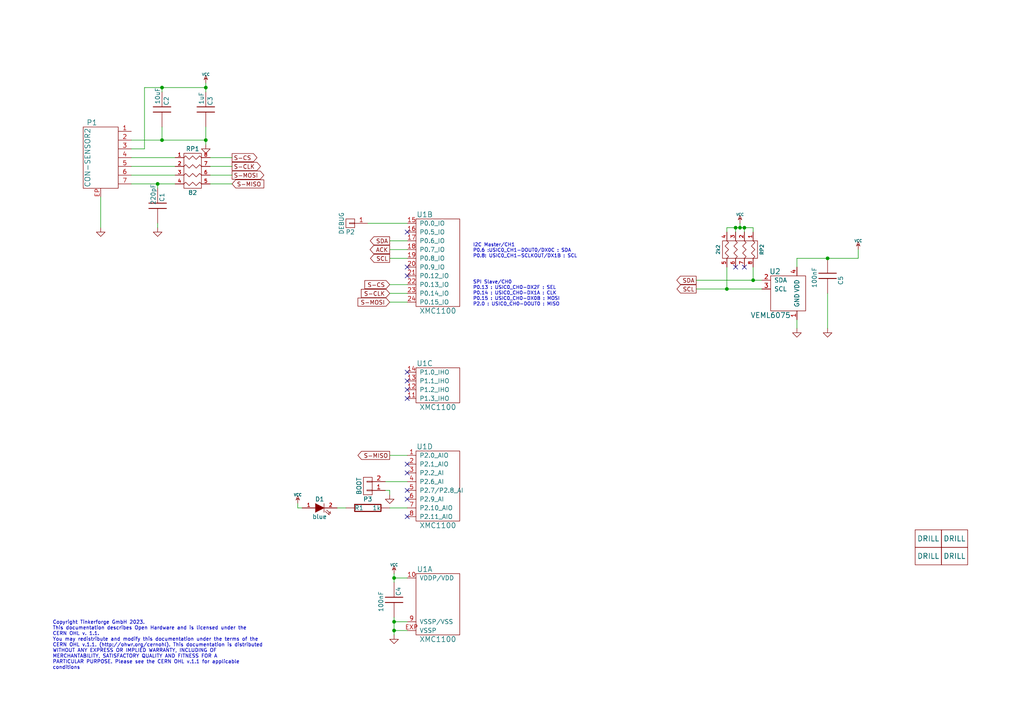
<source format=kicad_sch>
(kicad_sch (version 20211123) (generator eeschema)
  (paper "A4")
  (title_block (title "UV Light Bricklet") (date "2023-01-27") (rev "2.0") (company "Tinkerforge GmbH") (comment 1 "Licensed under CERN OHL v.1.1") (comment 2 "Copyright (©) 2023, T.Schneidermann <tim@tinkerforge.com>"))
  (lib_symbols
    (symbol "GND_1" (power) (pin_names (offset 0))
      (property "Value" "GND_1" (at 0 -5.08 0))
      (symbol "GND_1_0_1"
        (polyline (pts (xy 0 0) (xy 0 -1.27) (xy 1.27 -1.27) (xy 0 -2.54) (xy -1.27 -1.27) (xy 0 -1.27)))
      )
      (symbol "GND_1_1_1"
        (pin power_in line (at 0 0 270) (length 0) hide (name "GND") (number "1"))
      )
    )
    (symbol "GND_2" (power) (pin_names (offset 0))
      (property "Value" "GND_2" (at 0 -5.08 0))
      (symbol "GND_2_0_1"
        (polyline (pts (xy 0 0) (xy 0 -1.27) (xy 1.27 -1.27) (xy 0 -2.54) (xy -1.27 -1.27) (xy 0 -1.27)))
      )
      (symbol "GND_2_1_1"
        (pin power_in line (at 0 0 270) (length 0) hide (name "GND") (number "1"))
      )
    )
    (symbol "GND_3" (power) (pin_names (offset 0))
      (property "Value" "GND_3" (at 0 -5.08 0))
      (symbol "GND_3_0_1"
        (polyline (pts (xy 0 0) (xy 0 -1.27) (xy 1.27 -1.27) (xy 0 -2.54) (xy -1.27 -1.27) (xy 0 -1.27)))
      )
      (symbol "GND_3_1_1"
        (pin power_in line (at 0 0 270) (length 0) hide (name "GND") (number "1"))
      )
    )
    (symbol "GND_4" (power) (pin_names (offset 0))
      (property "Value" "GND_4" (at 0 -5.08 0))
      (symbol "GND_4_0_1"
        (polyline (pts (xy 0 0) (xy 0 -1.27) (xy 1.27 -1.27) (xy 0 -2.54) (xy -1.27 -1.27) (xy 0 -1.27)))
      )
      (symbol "GND_4_1_1"
        (pin power_in line (at 0 0 270) (length 0) hide (name "GND") (number "1"))
      )
    )
    (symbol "GND_5" (power) (pin_names (offset 0))
      (property "Value" "GND_5" (at 0 -5.08 0))
      (symbol "GND_5_0_1"
        (polyline (pts (xy 0 0) (xy 0 -1.27) (xy 1.27 -1.27) (xy 0 -2.54) (xy -1.27 -1.27) (xy 0 -1.27)))
      )
      (symbol "GND_5_1_1"
        (pin power_in line (at 0 0 270) (length 0) hide (name "GND") (number "1"))
      )
    )
    (symbol "GND_6" (power) (pin_names (offset 0))
      (property "Value" "GND_6" (at 0 -5.08 0))
      (symbol "GND_6_0_1"
        (polyline (pts (xy 0 0) (xy 0 -1.27) (xy 1.27 -1.27) (xy 0 -2.54) (xy -1.27 -1.27) (xy 0 -1.27)))
      )
      (symbol "GND_6_1_1"
        (pin power_in line (at 0 0 270) (length 0) hide (name "GND") (number "1"))
      )
    )
    (symbol "R_PACK4_1" (pin_names hide)
      (property "Reference" "RP" (at 0 11.43 0))
      (property "Value" "R_PACK4_1" (at 0 -1.27 0))
      (symbol "R_PACK4_1_0_1"
        (polyline (pts (xy -2.54 10.16) (xy -2.54 0) (xy 2.54 0) (xy 2.54 10.16) (xy -2.54 10.16)))
        (polyline (pts (xy -2.54 1.27) (xy -2.032 1.778) (xy -1.016 0.762) (xy 0 1.778) (xy 1.016 0.762) (xy 2.032 1.778) (xy 2.54 1.27)))
        (polyline (pts (xy -2.54 3.81) (xy -2.032 4.318) (xy -1.016 3.302) (xy 0 4.318) (xy 1.016 3.302) (xy 2.032 4.318) (xy 2.54 3.81)))
        (polyline (pts (xy -2.54 6.35) (xy -2.032 6.858) (xy -1.016 5.842) (xy 0 6.858) (xy 1.016 5.842) (xy 2.032 6.858) (xy 2.54 6.35)))
        (polyline (pts (xy -2.54 8.89) (xy -2.032 9.398) (xy -1.016 8.382) (xy 0 9.398) (xy 1.016 8.382) (xy 2.032 9.398) (xy 2.54 8.89)))
      )
      (symbol "R_PACK4_1_1_1"
        (pin passive line (at -5.08 8.89 0) (length 2.54) (name "P1") (number "1"))
        (pin passive line (at -5.08 6.35 0) (length 2.54) (name "P2") (number "2"))
        (pin passive line (at -5.08 3.81 0) (length 2.54) (name "P3") (number "3"))
        (pin passive line (at -5.08 1.27 0) (length 2.54) (name "P4") (number "4"))
        (pin passive line (at 5.08 1.27 180) (length 2.54) (name "R4") (number "5"))
        (pin passive line (at 5.08 3.81 180) (length 2.54) (name "R3") (number "6"))
        (pin passive line (at 5.08 6.35 180) (length 2.54) (name "R2") (number "7"))
        (pin passive line (at 5.08 8.89 180) (length 2.54) (name "R1") (number "8"))
      )
    )
    (symbol "VCC_1" (power) (pin_names (offset 0))
      (property "Value" "VCC_1" (at 0 3.175 0))
      (symbol "VCC_1_0_0"
        (pin power_in line (at 0 0 90) (length 0) hide (name "VCC") (number "1"))
      )
      (symbol "VCC_1_0_1"
        (polyline (pts (xy 0 1.524) (xy 0 0)))
        (polyline (pts (xy 0 1.524) (xy 0.508 1.016) (xy 0 2.286) (xy -0.508 1.016) (xy 0 1.524) (xy 0 1.524)))
      )
    )
    (symbol "VCC_2" (power) (pin_names (offset 0))
      (property "Value" "VCC_2" (at 0 3.175 0))
      (symbol "VCC_2_0_0"
        (pin power_in line (at 0 0 90) (length 0) hide (name "VCC") (number "1"))
      )
      (symbol "VCC_2_0_1"
        (polyline (pts (xy 0 1.524) (xy 0 0)))
        (polyline (pts (xy 0 1.524) (xy 0.508 1.016) (xy 0 2.286) (xy -0.508 1.016) (xy 0 1.524) (xy 0 1.524)))
      )
    )
    (symbol "VCC_3" (power) (pin_names (offset 0))
      (property "Value" "VCC_3" (at 0 3.175 0))
      (symbol "VCC_3_0_0"
        (pin power_in line (at 0 0 90) (length 0) hide (name "VCC") (number "1"))
      )
      (symbol "VCC_3_0_1"
        (polyline (pts (xy 0 1.524) (xy 0 0)))
        (polyline (pts (xy 0 1.524) (xy 0.508 1.016) (xy 0 2.286) (xy -0.508 1.016) (xy 0 1.524) (xy 0 1.524)))
      )
    )
    (symbol "VCC_4" (power) (pin_names (offset 0))
      (property "Value" "VCC_4" (at 0 3.175 0))
      (symbol "VCC_4_0_0"
        (pin power_in line (at 0 0 90) (length 0) hide (name "VCC") (number "1"))
      )
      (symbol "VCC_4_0_1"
        (polyline (pts (xy 0 1.524) (xy 0 0)))
        (polyline (pts (xy 0 1.524) (xy 0.508 1.016) (xy 0 2.286) (xy -0.508 1.016) (xy 0 1.524) (xy 0 1.524)))
      )
    )
    (symbol "tinkerforge:C" (pin_numbers hide) (pin_names (offset 0.254))
      (property "Reference" "C" (at 1.27 2.54 0))
      (property "Value" "C" (at 1.27 -2.54 0))
      (symbol "C_0_1"
        (polyline (pts (xy -2.54 -0.762) (xy 2.54 -0.762)) (stroke (width 0.254)))
        (polyline (pts (xy -2.54 0.762) (xy 2.54 0.762)) (stroke (width 0.254)))
      )
      (symbol "C_1_1"
        (pin passive line (at 0 5.08 270) (length 4.318) (name "~") (number "1"))
        (pin passive line (at 0 -5.08 90) (length 4.318) (name "~") (number "2"))
      )
    )
    (symbol "tinkerforge:CON-SENSOR2" (pin_names (offset 1.016))
      (property "Reference" "P" (at -3.81 10.16 0))
      (property "Value" "CON-SENSOR2" (at 3.81 0 90))
      (symbol "CON-SENSOR2_0_1"
        (rectangle (start -5.08 8.89) (end 5.08 -8.89))
      )
      (symbol "CON-SENSOR2_1_1"
        (pin passive line (at -8.89 7.62 0) (length 3.81) (name "~") (number "1"))
        (pin passive line (at -8.89 5.08 0) (length 3.81) (name "~") (number "2"))
        (pin passive line (at -8.89 2.54 0) (length 3.81) (name "~") (number "3"))
        (pin passive line (at -8.89 0 0) (length 3.81) (name "~") (number "4"))
        (pin passive line (at -8.89 -2.54 0) (length 3.81) (name "~") (number "5"))
        (pin passive line (at -8.89 -5.08 0) (length 3.81) (name "~") (number "6"))
        (pin passive line (at -8.89 -7.62 0) (length 3.81) (name "~") (number "7"))
        (pin passive line (at 0 -11.43 90) (length 2.54) (name "~") (number "EP"))
      )
    )
    (symbol "tinkerforge:CONN_01X01" (pin_names (offset 1.016) hide)
      (property "Reference" "P" (at 0 2.54 0))
      (property "Value" "CONN_01X01" (at 2.54 0 90))
      (symbol "CONN_01X01_0_1"
        (rectangle (start -1.27 0.127) (end 0.254 -0.127))
        (rectangle (start -1.27 1.27) (end 1.27 -1.27))
      )
      (symbol "CONN_01X01_1_1"
        (pin passive line (at -5.08 0 0) (length 3.81) (name "P1") (number "1"))
      )
    )
    (symbol "tinkerforge:CONN_01X02" (pin_names (offset 1.016) hide)
      (property "Reference" "P" (at 0 3.81 0))
      (property "Value" "CONN_01X02" (at 2.54 0 90))
      (symbol "CONN_01X02_0_1"
        (rectangle (start -1.27 -1.143) (end 0.254 -1.397))
        (rectangle (start -1.27 1.397) (end 0.254 1.143))
        (rectangle (start -1.27 2.54) (end 1.27 -2.54))
      )
      (symbol "CONN_01X02_1_1"
        (pin passive line (at -5.08 1.27 0) (length 3.81) (name "P1") (number "1"))
        (pin passive line (at -5.08 -1.27 0) (length 3.81) (name "P2") (number "2"))
      )
    )
    (symbol "tinkerforge:DRILL" (pin_numbers hide) (pin_names (offset 0) hide)
      (property "Value" "DRILL" (at 0 0 0))
      (symbol "DRILL_0_1"
        (rectangle (start -3.81 2.54) (end 3.81 -2.54))
      )
    )
    (symbol "tinkerforge:GND" (power) (pin_names (offset 0))
      (property "Value" "GND" (at 0 -5.08 0))
      (symbol "GND_0_1"
        (polyline (pts (xy 0 0) (xy 0 -1.27) (xy 1.27 -1.27) (xy 0 -2.54) (xy -1.27 -1.27) (xy 0 -1.27)))
      )
      (symbol "GND_1_1"
        (pin power_in line (at 0 0 270) (length 0) hide (name "GND") (number "1"))
      )
    )
    (symbol "tinkerforge:LED" (pin_names (offset 1.016) hide)
      (property "Reference" "D" (at 0 2.54 0))
      (property "Value" "LED" (at 0 -2.54 0))
      (symbol "LED_0_1"
        (polyline (pts (xy 1.27 1.27) (xy 1.27 -1.27)))
        (polyline (pts (xy -1.27 1.27) (xy 1.27 0) (xy -1.27 -1.27)) (fill (type outline)))
        (polyline (pts (xy 1.651 -1.016) (xy 2.794 -2.032) (xy 2.667 -1.397)))
        (polyline (pts (xy 2.032 -0.635) (xy 3.175 -1.651) (xy 3.048 -1.016)))
      )
      (symbol "LED_1_1"
        (pin passive line (at -5.08 0 0) (length 3.81) (name "A") (number "1"))
        (pin passive line (at 5.08 0 180) (length 3.81) (name "K") (number "2"))
      )
    )
    (symbol "tinkerforge:R" (pin_numbers hide) (pin_names (offset 0))
      (property "Reference" "R" (at 2.032 0 90))
      (property "Value" "R" (at 0 0 90))
      (symbol "R_0_1"
        (rectangle (start -1.016 3.81) (end 1.016 -3.81) (stroke (width 0.3048)))
      )
      (symbol "R_1_1"
        (pin passive line (at 0 6.35 270) (length 2.54) (name "~") (number "1"))
        (pin passive line (at 0 -6.35 90) (length 2.54) (name "~") (number "2"))
      )
    )
    (symbol "tinkerforge:R_PACK4" (pin_names hide)
      (property "Reference" "RP" (at 0 11.43 0))
      (property "Value" "R_PACK4" (at 0 -1.27 0))
      (symbol "R_PACK4_0_1"
        (polyline (pts (xy -2.54 10.16) (xy -2.54 0) (xy 2.54 0) (xy 2.54 10.16) (xy -2.54 10.16)))
        (polyline (pts (xy -2.54 1.27) (xy -2.032 1.778) (xy -1.016 0.762) (xy 0 1.778) (xy 1.016 0.762) (xy 2.032 1.778) (xy 2.54 1.27)))
        (polyline (pts (xy -2.54 3.81) (xy -2.032 4.318) (xy -1.016 3.302) (xy 0 4.318) (xy 1.016 3.302) (xy 2.032 4.318) (xy 2.54 3.81)))
        (polyline (pts (xy -2.54 6.35) (xy -2.032 6.858) (xy -1.016 5.842) (xy 0 6.858) (xy 1.016 5.842) (xy 2.032 6.858) (xy 2.54 6.35)))
        (polyline (pts (xy -2.54 8.89) (xy -2.032 9.398) (xy -1.016 8.382) (xy 0 9.398) (xy 1.016 8.382) (xy 2.032 9.398) (xy 2.54 8.89)))
      )
      (symbol "R_PACK4_1_1"
        (pin passive line (at -5.08 8.89 0) (length 2.54) (name "P1") (number "1"))
        (pin passive line (at -5.08 6.35 0) (length 2.54) (name "P2") (number "2"))
        (pin passive line (at -5.08 3.81 0) (length 2.54) (name "P3") (number "3"))
        (pin passive line (at -5.08 1.27 0) (length 2.54) (name "P4") (number "4"))
        (pin passive line (at 5.08 1.27 180) (length 2.54) (name "R4") (number "5"))
        (pin passive line (at 5.08 3.81 180) (length 2.54) (name "R3") (number "6"))
        (pin passive line (at 5.08 6.35 180) (length 2.54) (name "R2") (number "7"))
        (pin passive line (at 5.08 8.89 180) (length 2.54) (name "R1") (number "8"))
      )
    )
    (symbol "tinkerforge:VCC" (power) (pin_names (offset 0))
      (property "Value" "VCC" (at 0 3.175 0))
      (symbol "VCC_0_0"
        (pin power_in line (at 0 0 90) (length 0) hide (name "VCC") (number "1"))
      )
      (symbol "VCC_0_1"
        (polyline (pts (xy 0 1.524) (xy 0 0)))
        (polyline (pts (xy 0 1.524) (xy 0.508 1.016) (xy 0 2.286) (xy -0.508 1.016) (xy 0 1.524) (xy 0 1.524)))
      )
    )
    (symbol "tinkerforge:VEML6075" (pin_names (offset 1.016))
      (property "Reference" "U" (at 6.35 16.51 0))
      (property "Value" "VEML6075" (at 5.08 3.81 0))
      (symbol "VEML6075_0_1"
        (rectangle (start 5.08 15.24) (end 15.24 5.08))
      )
      (symbol "VEML6075_1_1"
        (pin passive line (at 12.7 2.54 90) (length 2.54) (name "GND") (number "1"))
        (pin passive line (at 2.54 13.97 0) (length 2.54) (name "SDA") (number "2"))
        (pin passive line (at 2.54 11.43 0) (length 2.54) (name "SCL") (number "3"))
        (pin passive line (at 12.7 17.78 270) (length 2.54) (name "VDD") (number "4"))
      )
    )
    (symbol "tinkerforge:XMC1XXX24" (pin_names (offset 1.016))
      (property "Reference" "U" (at -3.81 15.24 0))
      (property "Value" "XMC1XXX24" (at 0 -16.51 0))
      (symbol "XMC1XXX24_1_1"
        (rectangle (start -6.35 8.89) (end 6.35 -8.89))
        (pin passive line (at -8.89 7.62 0) (length 2.54) (name "VDDP/VDD") (number "10"))
        (pin passive line (at -8.89 -5.08 0) (length 2.54) (name "VSSP/VSS") (number "9"))
        (pin passive line (at -8.89 -7.62 0) (length 2.54) (name "VSSP") (number "EXP"))
      )
      (symbol "XMC1XXX24_2_1"
        (rectangle (start -6.35 12.7) (end 6.35 -12.7))
        (pin passive line (at -8.89 11.43 0) (length 2.54) (name "P0.0_IO") (number "15"))
        (pin passive line (at -8.89 8.89 0) (length 2.54) (name "P0.5_IO") (number "16"))
        (pin passive line (at -8.89 6.35 0) (length 2.54) (name "P0.6_IO") (number "17"))
        (pin passive line (at -8.89 3.81 0) (length 2.54) (name "P0.7_IO") (number "18"))
        (pin passive line (at -8.89 1.27 0) (length 2.54) (name "P0.8_IO") (number "19"))
        (pin passive line (at -8.89 -1.27 0) (length 2.54) (name "P0.9_IO") (number "20"))
        (pin passive line (at -8.89 -3.81 0) (length 2.54) (name "P0.12_IO") (number "21"))
        (pin passive line (at -8.89 -6.35 0) (length 2.54) (name "P0.13_IO") (number "22"))
        (pin passive line (at -8.89 -8.89 0) (length 2.54) (name "P0.14_IO") (number "23"))
        (pin passive line (at -8.89 -11.43 0) (length 2.54) (name "P0.15_IO") (number "24"))
      )
      (symbol "XMC1XXX24_3_1"
        (rectangle (start -6.35 5.08) (end 6.35 -5.08))
        (pin passive line (at -8.89 -3.81 0) (length 2.54) (name "P1.3_IHO") (number "11"))
        (pin passive line (at -8.89 -1.27 0) (length 2.54) (name "P1.2_IHO") (number "12"))
        (pin passive line (at -8.89 1.27 0) (length 2.54) (name "P1.1_IHO") (number "13"))
        (pin passive line (at -8.89 3.81 0) (length 2.54) (name "P1.0_IHO") (number "14"))
      )
      (symbol "XMC1XXX24_4_1"
        (rectangle (start -6.35 10.16) (end 6.35 -10.16))
        (pin passive line (at -8.89 8.89 0) (length 2.54) (name "P2.0_AIO") (number "1"))
        (pin passive line (at -8.89 6.35 0) (length 2.54) (name "P2.1_AIO") (number "2"))
        (pin passive line (at -8.89 3.81 0) (length 2.54) (name "P2.2_AI") (number "3"))
        (pin passive line (at -8.89 1.27 0) (length 2.54) (name "P2.6_AI") (number "4"))
        (pin passive line (at -8.89 -1.27 0) (length 2.54) (name "P2.7/P2.8_AI") (number "5"))
        (pin passive line (at -8.89 -3.81 0) (length 2.54) (name "P2.9_AI") (number "6"))
        (pin passive line (at -8.89 -6.35 0) (length 2.54) (name "P2.10_AIO") (number "7"))
        (pin passive line (at -8.89 -8.89 0) (length 2.54) (name "P2.11_AIO") (number "8"))
      )
    )
  )
  (junction (at 218.44 81.28))
  (junction (at 215.9 66.04))
  (junction (at 45.72 53.34))
  (junction (at 240.03 74.93))
  (junction (at 114.3 180.34))
  (junction (at 46.99 25.4))
  (junction (at 46.99 40.64))
  (junction (at 59.69 40.64))
  (junction (at 114.3 182.88))
  (junction (at 214.63 66.04))
  (junction (at 210.82 83.82))
  (junction (at 114.3 167.64))
  (junction (at 213.36 66.04))
  (junction (at 59.69 25.4))
  (no_connect (at 118.11 137.16))
  (no_connect (at 213.36 77.47))
  (no_connect (at 215.9 77.47))
  (no_connect (at 118.11 134.62))
  (no_connect (at 118.11 149.86))
  (no_connect (at 118.11 107.95))
  (no_connect (at 118.11 142.24))
  (no_connect (at 118.11 113.03))
  (no_connect (at 118.11 115.57))
  (no_connect (at 118.11 144.78))
  (no_connect (at 118.11 80.01))
  (no_connect (at 118.11 77.47))
  (no_connect (at 118.11 110.49))
  (no_connect (at 118.11 67.31))
  (wire (pts (xy 38.1 43.18) (xy 41.91 43.18)))
  (wire (pts (xy 114.3 182.88) (xy 114.3 184.15)))
  (wire (pts (xy 118.11 167.64) (xy 114.3 167.64)))
  (wire (pts (xy 118.11 182.88) (xy 114.3 182.88)))
  (wire (pts (xy 218.44 81.28) (xy 220.98 81.28)))
  (wire (pts (xy 240.03 95.25) (xy 240.03 85.09)))
  (wire (pts (xy 118.11 69.85) (xy 113.03 69.85)))
  (wire (pts (xy 113.03 142.24) (xy 113.03 143.51)))
  (wire (pts (xy 87.63 147.32) (xy 86.36 147.32)))
  (wire (pts (xy 214.63 66.04) (xy 215.9 66.04)))
  (wire (pts (xy 50.8 48.26) (xy 38.1 48.26)))
  (wire (pts (xy 210.82 66.04) (xy 210.82 67.31)))
  (wire (pts (xy 213.36 66.04) (xy 214.63 66.04)))
  (wire (pts (xy 114.3 180.34) (xy 114.3 182.88)))
  (wire (pts (xy 67.31 45.72) (xy 60.96 45.72)))
  (wire (pts (xy 113.03 85.09) (xy 118.11 85.09)))
  (wire (pts (xy 41.91 43.18) (xy 41.91 25.4)))
  (wire (pts (xy 215.9 66.04) (xy 218.44 66.04)))
  (wire (pts (xy 113.03 74.93) (xy 118.11 74.93)))
  (wire (pts (xy 118.11 64.77) (xy 106.68 64.77)))
  (wire (pts (xy 231.14 95.25) (xy 231.14 92.71)))
  (wire (pts (xy 118.11 147.32) (xy 113.03 147.32)))
  (wire (pts (xy 45.72 66.04) (xy 45.72 64.77)))
  (wire (pts (xy 59.69 40.64) (xy 59.69 41.91)))
  (wire (pts (xy 41.91 25.4) (xy 46.99 25.4)))
  (wire (pts (xy 201.93 81.28) (xy 218.44 81.28)))
  (wire (pts (xy 218.44 81.28) (xy 218.44 77.47)))
  (wire (pts (xy 46.99 25.4) (xy 59.69 25.4)))
  (wire (pts (xy 213.36 66.04) (xy 213.36 67.31)))
  (wire (pts (xy 67.31 50.8) (xy 60.96 50.8)))
  (wire (pts (xy 114.3 179.07) (xy 114.3 180.34)))
  (wire (pts (xy 111.76 139.7) (xy 118.11 139.7)))
  (wire (pts (xy 38.1 45.72) (xy 50.8 45.72)))
  (wire (pts (xy 215.9 67.31) (xy 215.9 66.04)))
  (wire (pts (xy 118.11 87.63) (xy 113.03 87.63)))
  (wire (pts (xy 46.99 26.67) (xy 46.99 25.4)))
  (wire (pts (xy 118.11 72.39) (xy 113.03 72.39)))
  (wire (pts (xy 231.14 77.47) (xy 231.14 74.93)))
  (wire (pts (xy 210.82 83.82) (xy 220.98 83.82)))
  (wire (pts (xy 50.8 53.34) (xy 45.72 53.34)))
  (wire (pts (xy 45.72 53.34) (xy 45.72 54.61)))
  (wire (pts (xy 210.82 66.04) (xy 213.36 66.04)))
  (wire (pts (xy 29.21 66.04) (xy 29.21 57.15)))
  (wire (pts (xy 60.96 53.34) (xy 67.31 53.34)))
  (wire (pts (xy 38.1 40.64) (xy 46.99 40.64)))
  (wire (pts (xy 111.76 142.24) (xy 113.03 142.24)))
  (wire (pts (xy 218.44 66.04) (xy 218.44 67.31)))
  (wire (pts (xy 231.14 74.93) (xy 240.03 74.93)))
  (wire (pts (xy 114.3 167.64) (xy 114.3 168.91)))
  (wire (pts (xy 59.69 25.4) (xy 59.69 26.67)))
  (wire (pts (xy 248.92 74.93) (xy 248.92 72.39)))
  (wire (pts (xy 214.63 64.77) (xy 214.63 66.04)))
  (wire (pts (xy 210.82 77.47) (xy 210.82 83.82)))
  (wire (pts (xy 118.11 82.55) (xy 113.03 82.55)))
  (wire (pts (xy 201.93 83.82) (xy 210.82 83.82)))
  (wire (pts (xy 59.69 24.13) (xy 59.69 25.4)))
  (wire (pts (xy 240.03 74.93) (xy 248.92 74.93)))
  (wire (pts (xy 100.33 147.32) (xy 97.79 147.32)))
  (wire (pts (xy 46.99 40.64) (xy 59.69 40.64)))
  (wire (pts (xy 46.99 40.64) (xy 46.99 36.83)))
  (wire (pts (xy 45.72 53.34) (xy 38.1 53.34)))
  (wire (pts (xy 118.11 180.34) (xy 114.3 180.34)))
  (wire (pts (xy 86.36 147.32) (xy 86.36 146.05)))
  (wire (pts (xy 114.3 166.37) (xy 114.3 167.64)))
  (wire (pts (xy 60.96 48.26) (xy 67.31 48.26)))
  (wire (pts (xy 38.1 50.8) (xy 50.8 50.8)))
  (wire (pts (xy 59.69 36.83) (xy 59.69 40.64)))
  (wire (pts (xy 118.11 132.08) (xy 113.03 132.08)))
  (text "I2C Master/CH1\nP0.6 :USIC0_CH1-DOUT0/DX0C : SDA\nP0.8: USIC0_CH1-SCLKOUT/DX1B : SCL" (at 137.16 74.93 0) (effects (font (size 0.9906 0.9906)) (justify left bottom)))
  (text "SPI Slave/CH0\nP0.13 : USIC0_CH0-DX2F : SEL\nP0.14 : USIC0_CH0-DX1A : CLK\nP0.15 : USIC0_CH0-DX0B : MOSI\nP2.0 : USIC0_CH0-DOUT0 : MISO" (at 137.16 88.9 0) (effects (font (size 0.9906 0.9906)) (justify left bottom)))
  (text "Copyright Tinkerforge GmbH 2023.\nThis documentation describes Open Hardware and is licensed under the\nCERN OHL v. 1.1.\nYou may redistribute and modify this documentation under the terms of the\nCERN OHL v.1.1. (http://ohwr.org/cernohl). This documentation is distributed\nWITHOUT ANY EXPRESS OR IMPLIED WARRANTY, INCLUDING OF\nMERCHANTABILITY, SATISFACTORY QUALITY AND FITNESS FOR A\nPARTICULAR PURPOSE. Please see the CERN OHL v.1.1 for applicable\nconditions\n" (at 15.24 194.31 0) (effects (font (size 1.016 1.016)) (justify left bottom)))
  (global_label "SDA" (shape output) (at 113.03 69.85 180) (effects (font (size 1.1938 1.1938))) (property "Intersheet References" "${INTERSHEET_REFS}" (effects hide)))
  (global_label "S-CS" (shape output) (at 67.31 45.72 0) (effects (font (size 1.1938 1.1938))) (property "Intersheet References" "${INTERSHEET_REFS}" (effects hide)))
  (global_label "SCL" (shape output) (at 113.03 74.93 180) (effects (font (size 1.1938 1.1938))) (property "Intersheet References" "${INTERSHEET_REFS}" (effects hide)))
  (global_label "SDA" (shape output) (at 201.93 81.28 180) (effects (font (size 1.1938 1.1938))) (property "Intersheet References" "${INTERSHEET_REFS}" (effects hide)))
  (global_label "S-MISO" (shape output) (at 113.03 132.08 180) (effects (font (size 1.1938 1.1938))) (property "Intersheet References" "${INTERSHEET_REFS}" (effects hide)))
  (global_label "ACK" (shape output) (at 113.03 72.39 180) (effects (font (size 1.1938 1.1938))) (property "Intersheet References" "${INTERSHEET_REFS}" (effects hide)))
  (global_label "S-CLK" (shape input) (at 113.03 85.09 180) (effects (font (size 1.1938 1.1938))) (property "Intersheet References" "${INTERSHEET_REFS}" (effects hide)))
  (global_label "S-MISO" (shape input) (at 67.31 53.34 0) (effects (font (size 1.1938 1.1938))) (property "Intersheet References" "${INTERSHEET_REFS}" (effects hide)))
  (global_label "SCL" (shape output) (at 201.93 83.82 180) (effects (font (size 1.1938 1.1938))) (property "Intersheet References" "${INTERSHEET_REFS}" (effects hide)))
  (global_label "S-MOSI" (shape output) (at 67.31 50.8 0) (effects (font (size 1.1938 1.1938))) (property "Intersheet References" "${INTERSHEET_REFS}" (effects hide)))
  (global_label "S-CS" (shape input) (at 113.03 82.55 180) (effects (font (size 1.1938 1.1938))) (property "Intersheet References" "${INTERSHEET_REFS}" (effects hide)))
  (global_label "S-CLK" (shape output) (at 67.31 48.26 0) (effects (font (size 1.1938 1.1938))) (property "Intersheet References" "${INTERSHEET_REFS}" (effects hide)))
  (global_label "S-MOSI" (shape input) (at 113.03 87.63 180) (effects (font (size 1.1938 1.1938))) (property "Intersheet References" "${INTERSHEET_REFS}" (effects hide)))
  (symbol (lib_id "tinkerforge:CON-SENSOR2") (at 29.21 45.72 0) (mirror y) (unit 1)
    (property "Reference" "P1" (at 26.67 35.56 0) (effects (font (size 1.524 1.524))))
    (property "Value" "CON-SENSOR2" (at 25.4 45.72 90) (effects (font (size 1.524 1.524))))
    (property "Footprint" "kicad-libraries:CON-SENSOR2" (effects hide))
  )
  (symbol (lib_name "GND_4") (lib_id "tinkerforge:GND") (at 29.21 66.04 0) (unit 1)
    (property "Reference" "#PWR02" (effects hide))
    (property "Value" "GND" (effects hide))
  )
  (symbol (lib_name "VCC_2") (lib_id "tinkerforge:VCC") (at 59.69 24.13 0) (unit 1)
    (property "Reference" "#PWR01" (effects hide))
    (property "Value" "VCC" (at 59.69 21.59 0) (effects (font (size 0.762 0.762))))
  )
  (symbol (lib_id "tinkerforge:DRILL") (at 276.86 161.29 0) (unit 1)
    (property "Reference" "U6" (effects hide))
    (property "Value" "DRILL" (at 276.86 161.29 0) (effects (font (size 1.524 1.524))))
    (property "Footprint" "kicad-libraries:DRILL_NP" (effects hide))
  )
  (symbol (lib_id "tinkerforge:DRILL") (at 276.86 156.21 0) (unit 1)
    (property "Reference" "U5" (effects hide))
    (property "Value" "DRILL" (at 276.86 156.21 0) (effects (font (size 1.524 1.524))))
    (property "Footprint" "kicad-libraries:DRILL_NP" (effects hide))
  )
  (symbol (lib_id "tinkerforge:DRILL") (at 269.24 156.21 0) (unit 1)
    (property "Reference" "U3" (effects hide))
    (property "Value" "DRILL" (at 269.24 156.21 0) (effects (font (size 1.524 1.524))))
    (property "Footprint" "kicad-libraries:DRILL_NP" (effects hide))
  )
  (symbol (lib_id "tinkerforge:DRILL") (at 269.24 161.29 0) (unit 1)
    (property "Reference" "U4" (effects hide))
    (property "Value" "DRILL" (at 269.24 161.29 0) (effects (font (size 1.524 1.524))))
    (property "Footprint" "kicad-libraries:DRILL_NP" (effects hide))
  )
  (symbol (lib_id "tinkerforge:C") (at 46.99 31.75 180) (unit 1)
    (property "Reference" "C2" (at 48.26 27.94 90) (effects (justify left)))
    (property "Value" "10uF" (at 45.72 25.4 90) (effects (justify left)))
    (property "Footprint" "kicad-libraries:C0805" (effects hide))
  )
  (symbol (lib_name "GND_2") (lib_id "tinkerforge:GND") (at 231.14 95.25 0) (unit 1)
    (property "Reference" "#PWR03" (effects hide))
    (property "Value" "GND" (effects hide))
  )
  (symbol (lib_id "tinkerforge:C") (at 240.03 80.01 180) (unit 1)
    (property "Reference" "C5" (at 243.84 80.01 90) (effects (justify left)))
    (property "Value" "100nF" (at 236.22 77.47 90) (effects (justify left)))
    (property "Footprint" "kicad-libraries:C0603F" (effects hide))
  )
  (symbol (lib_name "VCC_3") (lib_id "tinkerforge:VCC") (at 214.63 64.77 0) (unit 1)
    (property "Reference" "#PWR04" (effects hide))
    (property "Value" "VCC" (at 214.63 62.23 0) (effects (font (size 0.762 0.762))))
  )
  (symbol (lib_name "R_PACK4_1") (lib_id "tinkerforge:R_PACK4") (at 209.55 72.39 270) (unit 1)
    (property "Reference" "RP2" (at 220.98 72.39 0) (effects (font (size 1.016 1.016))))
    (property "Value" "2k2" (at 208.28 72.39 0) (effects (font (size 1.016 1.016))))
    (property "Footprint" "kicad-libraries:0603X4" (effects hide))
  )
  (symbol (lib_id "tinkerforge:VEML6075") (at 218.44 95.25 0) (unit 1)
    (property "Reference" "U2" (at 224.79 78.74 0) (effects (font (size 1.524 1.524))))
    (property "Value" "VEML6075" (at 223.52 91.44 0) (effects (font (size 1.524 1.524))))
    (property "Footprint" "kicad-libraries:OPLGA4" (effects hide))
  )
  (symbol (lib_name "GND_3") (lib_id "tinkerforge:GND") (at 240.03 95.25 0) (unit 1)
    (property "Reference" "#PWR05" (effects hide))
    (property "Value" "GND" (effects hide))
  )
  (symbol (lib_name "VCC_1") (lib_id "tinkerforge:VCC") (at 248.92 72.39 0) (unit 1)
    (property "Reference" "#PWR06" (effects hide))
    (property "Value" "VCC" (at 248.92 69.85 0) (effects (font (size 0.762 0.762))))
  )
  (symbol (lib_id "tinkerforge:XMC1XXX24") (at 127 175.26 0) (unit 1)
    (property "Reference" "U1" (at 123.19 165.1 0) (effects (font (size 1.524 1.524))))
    (property "Value" "XMC1100" (at 127 185.42 0) (effects (font (size 1.524 1.524))))
    (property "Footprint" "kicad-libraries:QFN24-4x4mm-0.5mm" (effects hide))
  )
  (symbol (lib_id "tinkerforge:XMC1XXX24") (at 127 76.2 0) (unit 2)
    (property "Reference" "U1" (at 123.19 62.23 0) (effects (font (size 1.524 1.524))))
    (property "Value" "XMC1100" (at 127 90.17 0) (effects (font (size 1.524 1.524))))
    (property "Footprint" "kicad-libraries:QFN24-4x4mm-0.5mm" (effects hide))
  )
  (symbol (lib_id "tinkerforge:XMC1XXX24") (at 127 111.76 0) (unit 3)
    (property "Reference" "U1" (at 123.19 105.41 0) (effects (font (size 1.524 1.524))))
    (property "Value" "XMC1100" (at 127 118.11 0) (effects (font (size 1.524 1.524))))
    (property "Footprint" "kicad-libraries:QFN24-4x4mm-0.5mm" (effects hide))
  )
  (symbol (lib_id "tinkerforge:XMC1XXX24") (at 127 140.97 0) (unit 4)
    (property "Reference" "U1" (at 123.19 129.54 0) (effects (font (size 1.524 1.524))))
    (property "Value" "XMC1100" (at 127 152.4 0) (effects (font (size 1.524 1.524))))
    (property "Footprint" "kicad-libraries:QFN24-4x4mm-0.5mm" (effects hide))
  )
  (symbol (lib_id "tinkerforge:C") (at 59.69 31.75 180) (unit 1)
    (property "Reference" "C3" (at 60.96 27.94 90) (effects (justify left)))
    (property "Value" "1uF" (at 58.42 26.67 90) (effects (justify left)))
    (property "Footprint" "kicad-libraries:C0603F" (effects hide))
  )
  (symbol (lib_name "GND_5") (lib_id "tinkerforge:GND") (at 45.72 66.04 0) (unit 1)
    (property "Reference" "#PWR07" (effects hide))
    (property "Value" "GND" (effects hide))
  )
  (symbol (lib_id "tinkerforge:C") (at 45.72 59.69 180) (unit 1)
    (property "Reference" "C1" (at 46.99 55.88 90) (effects (justify left)))
    (property "Value" "220pF" (at 44.45 53.34 90) (effects (justify left)))
    (property "Footprint" "kicad-libraries:C0402F" (effects hide))
  )
  (symbol (lib_id "tinkerforge:R_PACK4") (at 55.88 54.61 0) (unit 1)
    (property "Reference" "RP1" (at 55.88 43.18 0))
    (property "Value" "82" (at 55.88 55.88 0))
    (property "Footprint" "kicad-libraries:4X0402" (effects hide))
  )
  (symbol (lib_name "GND_6") (lib_id "tinkerforge:GND") (at 59.69 41.91 0) (unit 1)
    (property "Reference" "#PWR08" (effects hide))
    (property "Value" "GND" (effects hide))
  )
  (symbol (lib_id "tinkerforge:C") (at 114.3 173.99 180) (unit 1)
    (property "Reference" "C4" (at 115.57 170.18 90) (effects (justify left)))
    (property "Value" "100nF" (at 110.49 171.45 90) (effects (justify left)))
    (property "Footprint" "kicad-libraries:C0603F" (effects hide))
  )
  (symbol (lib_id "tinkerforge:GND") (at 114.3 184.15 0) (unit 1)
    (property "Reference" "#PWR09" (effects hide))
    (property "Value" "GND" (effects hide))
  )
  (symbol (lib_id "tinkerforge:VCC") (at 114.3 166.37 0) (unit 1)
    (property "Reference" "#PWR010" (effects hide))
    (property "Value" "VCC" (at 114.3 163.83 0) (effects (font (size 0.762 0.762))))
  )
  (symbol (lib_id "tinkerforge:CONN_01X01") (at 101.6 64.77 180) (unit 1)
    (property "Reference" "P2" (at 101.6 67.31 0))
    (property "Value" "DEBUG" (at 99.06 64.77 90))
    (property "Footprint" "kicad-libraries:DEBUG_PAD" (effects hide))
  )
  (symbol (lib_id "tinkerforge:CONN_01X02") (at 106.68 140.97 180) (unit 1)
    (property "Reference" "P3" (at 106.68 144.78 0))
    (property "Value" "BOOT" (at 104.14 140.97 90))
    (property "Footprint" "kicad-libraries:SolderJumper" (effects hide))
  )
  (symbol (lib_name "GND_1") (lib_id "tinkerforge:GND") (at 113.03 143.51 0) (unit 1)
    (property "Reference" "#PWR011" (effects hide))
    (property "Value" "GND" (effects hide))
  )
  (symbol (lib_id "tinkerforge:R") (at 106.68 147.32 270) (unit 1)
    (property "Reference" "R1" (at 104.14 147.32 90))
    (property "Value" "1k" (at 109.22 147.32 90))
    (property "Footprint" "kicad-libraries:R0603F" (effects hide))
  )
  (symbol (lib_id "tinkerforge:LED") (at 92.71 147.32 0) (unit 1)
    (property "Reference" "D1" (at 92.71 144.78 0))
    (property "Value" "blue" (at 92.71 149.86 0))
    (property "Footprint" "kicad-libraries:D0603F" (effects hide))
  )
  (symbol (lib_name "VCC_4") (lib_id "tinkerforge:VCC") (at 86.36 146.05 0) (unit 1)
    (property "Reference" "#PWR012" (effects hide))
    (property "Value" "VCC" (at 86.36 143.51 0) (effects (font (size 0.762 0.762))))
  )
)
</source>
